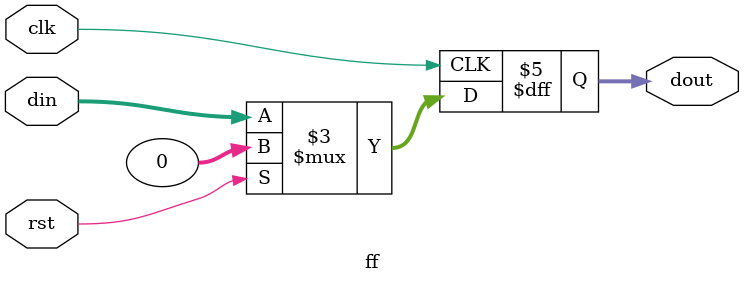
<source format=v>
`timescale 1ns / 1ps


module ff #(parameter DATA_WIDTH=32)(
    input clk,rst,
    input [DATA_WIDTH-1:0] din,
    output reg [DATA_WIDTH-1:0] dout
);

always @(posedge clk) begin
    if(rst) begin
        dout <= 0;
    end

    else begin
        dout <= din;
    end
end

endmodule

</source>
